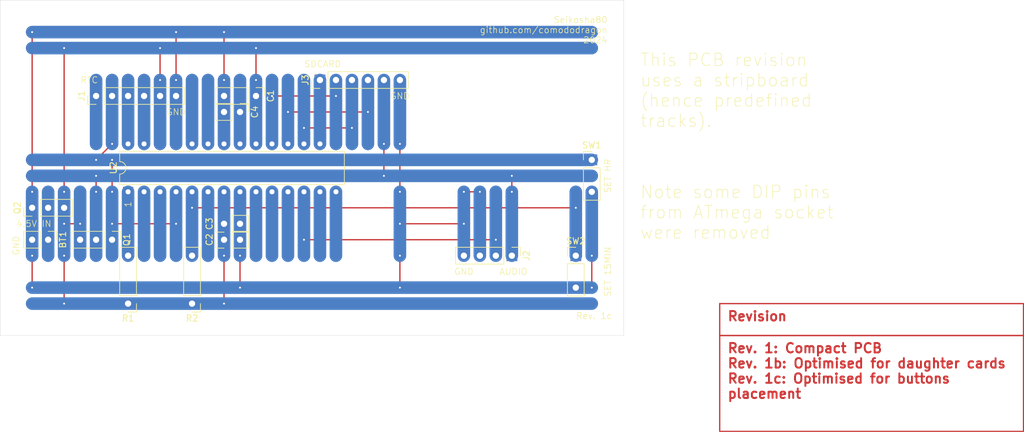
<source format=kicad_pcb>
(kicad_pcb (version 20240108) (generator "pcbnew") (generator_version "8.0")
  (title_block (title "Seikosha80 Westminster Chimer") (rev "1c") (comment 1 "/kicadproj/output.pdf for discrete schematic") (comment 2 "https://github.com/comododragon/seikosha80/blob/main/schematics_layouts/rev1") (comment 3 "See"))
  (layers (0 "F.Cu" signal) (31 "B.Cu" signal) (34 "B.Paste" user) (35 "F.Paste" user) (36 "B.SilkS" user "B.Silkscreen") (37 "F.SilkS" user "F.Silkscreen") (38 "B.Mask" user) (39 "F.Mask" user) (44 "Edge.Cuts" user))
  (net 0 "")
  (net 1 "GND")
  (net 2 "/+BATT")
  (net 3 "Net-(U2-Pin_21)")
  (net 4 "VCC")
  (net 5 "/SDA")
  (net 6 "/SCL")
  (net 7 "/SLEEP")
  (net 8 "/VIN")
  (net 9 "/MOSI")
  (net 10 "/MISO")
  (net 11 "/SCK")
  (net 12 "/CS")
  (net 13 "Net-(U2-Pin_1)")
  (net 14 "unconnected-(U2-Pin_9-Pad9)")
  (net 15 "unconnected-(U2-Pin_24-Pad24)")
  (net 16 "unconnected-(U2-Pin_2-Pad2)")
  (net 17 "unconnected-(U2-Pin_13-Pad13)")
  (net 18 "unconnected-(U2-Pin_10-Pad10)")
  (net 19 "unconnected-(U2-Pin_23-Pad23)")
  (net 20 "unconnected-(U2-Pin_14-Pad14)")
  (net 21 "unconnected-(U2-Pin_6-Pad6)")
  (net 22 "Net-(BT1-Pin_1)")
  (net 23 "unconnected-(J1-Pin_1-Pad1)")
  (net 24 "Net-(U2-Pin_5)")
  (net 25 "unconnected-(U2-Pin_3-Pad3)")
  (net 26 "unconnected-(U2-Pin_11-Pad11)")
  (footprint "Connector_PinHeader_2.54mm:PinHeader_1x03_P2.54mm_Vertical" (layer "F.Cu") (at 147.32 91.44 -90)
    (property "Reference" "C1" (at 0 -2.33 90) (layer "F.SilkS"))
    (property "Value" "100n")
    (fp_line (start -1.33 6.41) (end 1.33 6.41) (stroke (width 0.12)) (layer "F.SilkS"))
    (fp_line (start -1.33 1.27) (end -1.33 6.41) (stroke (width 0.12)) (layer "F.SilkS"))
    (fp_line (start -1.33 1.27) (end 1.33 1.27) (stroke (width 0.12)) (layer "F.SilkS"))
    (fp_line (start 1.33 1.27) (end 1.33 6.41) (stroke (width 0.12)) (layer "F.SilkS"))
    (fp_line (start -1.33 0) (end -1.33 -1.33) (stroke (width 0.12)) (layer "F.SilkS"))
    (fp_line (start -1.33 -1.33) (end 0 -1.33) (stroke (width 0.12)) (layer "F.SilkS"))
    (pad "1" thru_hole rect (at 0 0 270) (size 1.7 1.7) (drill 1) (layers "*.Cu" "*.Mask") (net 2 "/+BATT"))
    (pad "3" thru_hole oval (at 0 5.08 270) (size 1.7 1.7) (drill 1) (layers "*.Cu" "*.Mask") (net 1 "GND"))
  )
  (footprint "Connector_PinHeader_2.54mm:PinHeader_1x02_P2.54mm_Vertical" (layer "F.Cu") (at 114.3 114.3 -90)
    (property "Reference" "BT1" (at 0 -2.33 90) (layer "F.SilkS"))
    (property "Value" "Battery_header")
    (fp_line (start -1.33 3.87) (end 1.33 3.87) (stroke (width 0.12)) (layer "F.SilkS"))
    (fp_line (start -1.33 1.27) (end -1.33 3.87) (stroke (width 0.12)) (layer "F.SilkS"))
    (fp_line (start -1.33 1.27) (end 1.33 1.27) (stroke (width 0.12)) (layer "F.SilkS"))
    (fp_line (start 1.33 1.27) (end 1.33 3.87) (stroke (width 0.12)) (layer "F.SilkS"))
    (fp_line (start -1.33 0) (end -1.33 -1.33) (stroke (width 0.12)) (layer "F.SilkS"))
    (fp_line (start -1.33 -1.33) (end 0 -1.33) (stroke (width 0.12)) (layer "F.SilkS"))
    (pad "1" thru_hole rect (at 0 0 270) (size 1.7 1.7) (drill 1) (layers "*.Cu" "*.Mask") (net 22 "Net-(BT1-Pin_1)"))
    (pad "2" thru_hole oval (at 0 2.54 270) (size 1.7 1.7) (drill 1) (layers "*.Cu" "*.Mask") (net 1 "GND"))
  )
  (footprint "Connector_PinHeader_2.54mm:PinHeader_1x04_P2.54mm_Vertical" (layer "F.Cu") (at 137.16 124.46 180)
    (property "Reference" "R2" (at 0 -2.33 180) (layer "F.SilkS"))
    (property "Value" "4K7")
    (fp_line (start 1.33 1.27) (end 1.33 8.95) (stroke (width 0.12)) (layer "F.SilkS"))
    (fp_line (start -1.33 8.95) (end 1.33 8.95) (stroke (width 0.12)) (layer "F.SilkS"))
    (fp_line (start -1.33 1.27) (end 1.33 1.27) (stroke (width 0.12)) (layer "F.SilkS"))
    (fp_line (start -1.33 1.27) (end -1.33 8.95) (stroke (width 0.12)) (layer "F.SilkS"))
    (fp_line (start -1.33 0) (end -1.33 -1.33) (stroke (width 0.12)) (layer "F.SilkS"))
    (fp_line (start -1.33 -1.33) (end 0 -1.33) (stroke (width 0.12)) (layer "F.SilkS"))
    (pad "1" thru_hole rect (at 0 0 180) (size 1.7 1.7) (drill 1) (layers "*.Cu" "*.Mask") (net 2 "/+BATT"))
    (pad "4" thru_hole oval (at 0 7.62 180) (size 1.7 1.7) (drill 1) (layers "*.Cu" "*.Mask") (net 24 "Net-(U2-Pin_5)"))
  )
  (footprint "Connector_PinHeader_2.54mm:PinHeader_1x04_P2.54mm_Vertical" (layer "F.Cu") (at 187.96 116.84 -90)
    (property "Reference" "J2" (at 0 -2.33 90) (layer "F.SilkS"))
    (property "Value" "LM386_board")
    (fp_line (start -1.33 8.95) (end 1.33 8.95) (stroke (width 0.12)) (layer "F.SilkS"))
    (fp_line (start -1.33 1.27) (end -1.33 8.95) (stroke (width 0.12)) (layer "F.SilkS"))
    (fp_line (start -1.33 1.27) (end 1.33 1.27) (stroke (width 0.12)) (layer "F.SilkS"))
    (fp_line (start 1.33 1.27) (end 1.33 8.95) (stroke (width 0.12)) (layer "F.SilkS"))
    (fp_line (start -1.33 0) (end -1.33 -1.33) (stroke (width 0.12)) (layer "F.SilkS"))
    (fp_line (start -1.33 -1.33) (end 0 -1.33) (stroke (width 0.12)) (layer "F.SilkS"))
    (pad "1" thru_hole rect (at 0 0 270) (size 1.7 1.7) (drill 1) (layers "*.Cu" "*.Mask") (net 4 "VCC"))
    (pad "2" thru_hole oval (at 0 2.54 270) (size 1.7 1.7) (drill 1) (layers "*.Cu" "*.Mask") (net 8 "/VIN"))
    (pad "3" thru_hole oval (at 0 5.08 270) (size 1.7 1.7) (drill 1) (layers "*.Cu" "*.Mask") (net 1 "GND"))
    (pad "4" thru_hole oval (at 0 7.62 270) (size 1.7 1.7) (drill 1) (layers "*.Cu" "*.Mask") (net 1 "GND"))
  )
  (footprint "Connector_PinHeader_2.54mm:PinHeader_1x03_P2.54mm_Vertical" (layer "F.Cu") (at 198.12 116.84)
    (property "Reference" "SW2" (at 0 -2.33 0) (layer "F.SilkS"))
    (property "Value" "SET 15MIN")
    (fp_line (start -1.33 -1.33) (end 0 -1.33) (stroke (width 0.12)) (layer "F.SilkS"))
    (fp_line (start -1.33 0) (end -1.33 -1.33) (stroke (width 0.12)) (layer "F.SilkS"))
    (fp_line (start -1.33 1.27) (end -1.33 6.41) (stroke (width 0.12)) (layer "F.SilkS"))
    (fp_line (start -1.33 1.27) (end 1.33 1.27) (stroke (width 0.12)) (layer "F.SilkS"))
    (fp_line (start -1.33 6.41) (end 1.33 6.41) (stroke (width 0.12)) (layer "F.SilkS"))
    (fp_line (start 1.33 1.27) (end 1.33 6.41) (stroke (width 0.12)) (layer "F.SilkS"))
    (pad "1" thru_hole rect (at 0 0) (size 1.7 1.7) (drill 1) (layers "*.Cu" "*.Mask") (net 24 "Net-(U2-Pin_5)"))
    (pad "3" thru_hole oval (at 0 5.08) (size 1.7 1.7) (drill 1) (layers "*.Cu" "*.Mask") (net 1 "GND"))
  )
  (footprint "Connector_PinHeader_2.54mm:PinHeader_1x02_P2.54mm_Vertical" (layer "F.Cu") (at 142.24 111.76 90)
    (property "Reference" "C3" (at 0 -2.33 -90) (layer "F.SilkS"))
    (property "Value" "100u")
    (fp_line (start -1.33 -1.33) (end 0 -1.33) (stroke (width 0.12)) (layer "F.SilkS"))
    (fp_line (start -1.33 0) (end -1.33 -1.33) (stroke (width 0.12)) (layer "F.SilkS"))
    (fp_line (start 1.33 1.27) (end 1.33 3.87) (stroke (width 0.12)) (layer "F.SilkS"))
    (fp_line (start -1.33 1.27) (end 1.33 1.27) (stroke (width 0.12)) (layer "F.SilkS"))
    (fp_line (start -1.33 1.27) (end -1.33 3.87) (stroke (width 0.12)) (layer "F.SilkS"))
    (fp_line (start -1.33 3.87) (end 1.33 3.87) (stroke (width 0.12)) (layer "F.SilkS"))
    (pad "1" thru_hole rect (at 0 0 90) (size 1.7 1.7) (drill 1) (layers "*.Cu" "*.Mask") (net 2 "/+BATT"))
    (pad "2" thru_hole oval (at 0 2.54 90) (size 1.7 1.7) (drill 1) (layers "*.Cu" "*.Mask") (net 1 "GND"))
  )
  (footprint "Connector_PinHeader_2.54mm:PinHeader_1x03_P2.54mm_Vertical" (layer "F.Cu") (at 111.76 109.22 90)
    (property "Reference" "Q2" (at 0 -2.33 -90) (layer "F.SilkS"))
    (property "Value" "Si2323DS_on_TO220")
    (fp_line (start -1.33 -1.33) (end 0 -1.33) (stroke (width 0.12)) (layer "F.SilkS"))
    (fp_line (start -1.33 0) (end -1.33 -1.33) (stroke (width 0.12)) (layer "F.SilkS"))
    (fp_line (start 1.33 1.27) (end 1.33 6.41) (stroke (width 0.12)) (layer "F.SilkS"))
    (fp_line (start -1.33 1.27) (end 1.33 1.27) (stroke (width 0.12)) (layer "F.SilkS"))
    (fp_line (start -1.33 1.27) (end -1.33 6.41) (stroke (width 0.12)) (layer "F.SilkS"))
    (fp_line (start -1.33 6.41) (end 1.33 6.41) (stroke (width 0.12)) (layer "F.SilkS"))
    (pad "1" thru_hole rect (at 0 0 90) (size 1.7 1.7) (drill 1) (layers "*.Cu" "*.Mask") (net 1 "GND"))
    (pad "2" thru_hole oval (at 0 5.08 90) (size 1.7 1.7) (drill 1) (layers "*.Cu" "*.Mask") (net 2 "/+BATT"))
    (pad "3" thru_hole oval (at 0 2.54 90) (size 1.7 1.7) (drill 1) (layers "*.Cu" "*.Mask") (net 22 "Net-(BT1-Pin_1)"))
  )
  (footprint "Connector_PinHeader_2.54mm:PinHeader_1x03_P2.54mm_Vertical" (layer "F.Cu") (at 200.66 101.6)
    (property "Reference" "SW1" (at 0 -2.33 0) (layer "F.SilkS"))
    (property "Value" "WAKE Switch")
    (fp_line (start -1.33 -1.33) (end 0 -1.33) (stroke (width 0.12)) (layer "F.SilkS"))
    (fp_line (start -1.33 0) (end -1.33 -1.33) (stroke (width 0.12)) (layer "F.SilkS"))
    (fp_line (start -1.33 1.27) (end -1.33 6.41) (stroke (width 0.12)) (layer "F.SilkS"))
    (fp_line (start -1.33 1.27) (end 1.33 1.27) (stroke (width 0.12)) (layer "F.SilkS"))
    (fp_line (start -1.33 6.41) (end 1.33 6.41) (stroke (width 0.12)) (layer "F.SilkS"))
    (fp_line (start 1.33 1.27) (end 1.33 6.41) (stroke (width 0.12)) (layer "F.SilkS"))
    (pad "1" thru_hole rect (at 0 0) (size 1.7 1.7) (drill 1) (layers "*.Cu" "*.Mask") (net 7 "/SLEEP"))
    (pad "3" thru_hole oval (at 0 5.08) (size 1.7 1.7) (drill 1) (layers "*.Cu" "*.Mask") (net 1 "GND"))
  )
  (footprint "Package_DIP:DIP-28_W7.62mm" (layer "F.Cu") (at 127 106.68 90)
    (property "Reference" "U2" (at 3.81 -2.33 -90) (layer "F.SilkS"))
    (property "Value" "ATmega328P-PU")
    (fp_line (start 6.46 -1.33) (end 4.81 -1.33) (stroke (width 0.12)) (layer "F.SilkS"))
    (fp_line (start 2.81 -1.33) (end 1.16 -1.33) (stroke (width 0.12)) (layer "F.SilkS"))
    (fp_line (start 1.16 -1.33) (end 1.16 34.35) (stroke (width 0.12)) (layer "F.SilkS"))
    (fp_line (start 6.46 34.35) (end 6.46 -1.33) (stroke (width 0.12)) (layer "F.SilkS"))
    (fp_line (start 1.16 34.35) (end 6.46 34.35) (stroke (width 0.12)) (layer "F.SilkS"))
    (fp_arc (start 4.81 -1.33) (mid 3.81 -0.33) (end 2.81 -1.33) (stroke (width 0.12)) (layer "F.SilkS"))
    (pad "1" thru_hole rect (at 0 0 90) (size 1.6 1.6) (drill 0.8) (layers "*.Cu" "*.Mask") (net 13 "Net-(U2-Pin_1)"))
    (pad "2" thru_hole oval (at 0 2.54 90) (size 1.6 1.6) (drill 0.8) (layers "*.Cu" "*.Mask") (net 16 "unconnected-(U2-Pin_2-Pad2)"))
    (pad "3" thru_hole oval (at 0 5.08 90) (size 1.6 1.6) (drill 0.8) (layers "*.Cu" "*.Mask") (net 25 "unconnected-(U2-Pin_3-Pad3)"))
    (pad "4" thru_hole oval (at 0 7.62 90) (size 1.6 1.6) (drill 0.8) (layers "*.Cu" "*.Mask") (net 7 "/SLEEP"))
    (pad "5" thru_hole oval (at 0 10.16 90) (size 1.6 1.6) (drill 0.8) (layers "*.Cu" "*.Mask") (net 24 "Net-(U2-Pin_5)"))
    (pad "6" thru_hole oval (at 0 12.7 90) (size 1.6 1.6) (drill 0.8) (layers "*.Cu" "*.Mask") (net 21 "unconnected-(U2-Pin_6-Pad6)"))
    (pad "7" thru_hole oval (at 0 15.24 90) (size 1.6 1.6) (drill 0.8) (layers "*.Cu" "*.Mask") (net 2 "/+BATT"))
    (pad "8" thru_hole oval (at 0 17.78 90) (size 1.6 1.6) (drill 0.8) (layers "*.Cu" "*.Mask") (net 1 "GND"))
    (pad "9" thru_hole oval (at 0 20.32 90) (size 1.6 1.6) (drill 0.8) (layers "*.Cu" "*.Mask") (net 14 "unconnected-(U2-Pin_9-Pad9)"))
    (pad "10" thru_hole oval (at 0 22.86 90) (size 1.6 1.6) (drill 0.8) (layers "*.Cu" "*.Mask") (net 18 "unconnected-(U2-Pin_10-Pad10)"))
    (pad "11" thru_hole oval (at 0 25.4 90) (size 1.6 1.6) (drill 0.8) (layers "*.Cu" "*.Mask") (net 26 "unconnected-(U2-Pin_11-Pad11)"))
    (pad "12" thru_hole oval (at 0 27.94 90) (size 1.6 1.6) (drill 0.8) (layers "*.Cu" "*.Mask") (net 8 "/VIN"))
    (pad "13" thru_hole oval (at 0 30.48 90) (size 1.6 1.6) (drill 0.8) (layers "*.Cu" "*.Mask") (net 17 "unconnected-(U2-Pin_13-Pad13)"))
    (pad "14" thru_hole oval (at 0 33.02 90) (size 1.6 1.6) (drill 0.8) (layers "*.Cu" "*.Mask") (net 20 "unconnected-(U2-Pin_14-Pad14)"))
    (pad "16" thru_hole oval (at 7.62 30.48 90) (size 1.6 1.6) (drill 0.8) (layers "*.Cu" "*.Mask") (net 12 "/CS"))
    (pad "17" thru_hole oval (at 7.62 27.94 90) (size 1.6 1.6) (drill 0.8) (layers "*.Cu" "*.Mask") (net 9 "/MOSI"))
    (pad "18" thru_hole oval (at 7.62 25.4 90) (size 1.6 1.6) (drill 0.8) (layers "*.Cu" "*.Mask") (net 10 "/MISO"))
    (pad "19" thru_hole oval (at 7.62 22.86 90) (size 1.6 1.6) (drill 0.8) (layers "*.Cu" "*.Mask") (net 11 "/SCK"))
    (pad "20" thru_hole oval (at 7.62 20.32 90) (size 1.6 1.6) (drill 0.8) (layers "*.Cu" "*.Mask") (net 2 "/+BATT"))
    (pad "21" thru_hole oval (at 7.62 17.78 90) (size 1.6 1.6) (drill 0.8) (layers "*.Cu" "*.Mask") (net 3 "Net-(U2-Pin_21)"))
    (pad "22" thru_hole oval (at 7.62 15.24 90) (size 1.6 1.6) (drill 0.8) (layers "*.Cu" "*.Mask") (net 1 "GND"))
    (pad "23" thru_hole oval (at 7.62 12.7 90) (size 1.6 1.6) (drill 0.8) (layers "*.Cu" "*.Mask") (net 19 "unconnected-(U2-Pin_23-Pad23)"))
    (pad "24" thru_hole oval (at 7.62 10.16 90) (size 1.6 1.6) (drill 0.8) (layers "*.Cu" "*.Mask") (net 15 "unconnected-(U2-Pin_24-Pad24)"))
    (pad "27" thru_hole oval (at 7.62 2.54 90) (size 1.6 1.6) (drill 0.8) (layers "*.Cu" "*.Mask") (net 5 "/SDA"))
    (pad "28" thru_hole oval (at 7.62 0 90) (size 1.6 1.6) (drill 0.8) (layers "*.Cu" "*.Mask") (net 6 "/SCL"))
  )
  (footprint "Connector_PinHeader_2.54mm:PinHeader_1x04_P2.54mm_Vertical" (layer "F.Cu") (at 127 124.46 180)
    (property "Reference" "R1" (at 0 -2.33 180) (layer "F.SilkS"))
    (property "Value" "1K")
    (fp_line (start 1.33 1.27) (end 1.33 8.95) (stroke (width 0.12)) (layer "F.SilkS"))
    (fp_line (start -1.33 8.95) (end 1.33 8.95) (stroke (width 0.12)) (layer "F.SilkS"))
    (fp_line (start -1.33 1.27) (end 1.33 1.27) (stroke (width 0.12)) (layer "F.SilkS"))
    (fp_line (start -1.33 1.27) (end -1.33 8.95) (stroke (width 0.12)) (layer "F.SilkS"))
    (fp_line (start -1.33 0) (end -1.33 -1.33) (stroke (width 0.12)) (layer "F.SilkS"))
    (fp_line (start -1.33 -1.33) (end 0 -1.33) (stroke (width 0.12)) (layer "F.SilkS"))
    (pad "1" thru_hole rect (at 0 0 180) (size 1.7 1.7) (drill 1) (layers "*.Cu" "*.Mask") (net 2 "/+BATT"))
    (pad "4" thru_hole oval (at 0 7.62 180) (size 1.7 1.7) (drill 1) (layers "*.Cu" "*.Mask") (net 13 "Net-(U2-Pin_1)"))
  )
  (footprint "Connector_PinHeader_2.54mm:PinHeader_1x02_P2.54mm_Vertical" (layer "F.Cu") (at 142.24 114.3 90)
    (property "Reference" "C2" (at 0 -2.33 90) (layer "F.SilkS"))
    (property "Value" "100n")
    (fp_line (start -1.33 -1.33) (end 0 -1.33) (stroke (width 0.12)) (layer "F.SilkS"))
    (fp_line (start -1.33 0) (end -1.33 -1.33) (stroke (width 0.12)) (layer "F.SilkS"))
    (fp_line (start 1.33 1.27) (end 1.33 3.87) (stroke (width 0.12)) (layer "F.SilkS"))
    (fp_line (start -1.33 1.27) (end 1.33 1.27) (stroke (width 0.12)) (layer "F.SilkS"))
    (fp_line (start -1.33 1.27) (end -1.33 3.87) (stroke (width 0.12)) (layer "F.SilkS"))
    (fp_line (start -1.33 3.87) (end 1.33 3.87) (stroke (width 0.12)) (layer "F.SilkS"))
    (pad "1" thru_hole rect (at 0 0 90) (size 1.7 1.7) (drill 1) (layers "*.Cu" "*.Mask") (net 2 "/+BATT"))
    (pad "2" thru_hole oval (at 0 2.54 90) (size 1.7 1.7) (drill 1) (layers "*.Cu" "*.Mask") (net 1 "GND"))
  )
  (footprint "Connector_PinHeader_2.54mm:PinHeader_1x03_P2.54mm_Vertical" (layer "F.Cu") (at 124.46 114.3 -90)
    (property "Reference" "Q1" (at 0 -2.33 90) (layer "F.SilkS"))
    (property "Value" "Si2323DS_on_TO220")
    (fp_line (start -1.33 6.41) (end 1.33 6.41) (stroke (width 0.12)) (layer "F.SilkS"))
    (fp_line (start -1.33 1.27) (end -1.33 6.41) (stroke (width 0.12)) (layer "F.SilkS"))
    (fp_line (start -1.33 1.27) (end 1.33 1.27) (stroke (width 0.12)) (layer "F.SilkS"))
    (fp_line (start 1.33 1.27) (end 1.33 6.41) (stroke (width 0.12)) (layer "F.SilkS"))
    (fp_line (start -1.33 0) (end -1.33 -1.33) (stroke (width 0.12)) (layer "F.SilkS"))
    (fp_line (start -1.33 -1.33) (end 0 -1.33) (stroke (width 0.12)) (layer "F.SilkS"))
    (pad "1" thru_hole rect (at 0 0 270) (size 1.7 1.7) (drill 1) (layers "*.Cu" "*.Mask") (net 7 "/SLEEP"))
    (pad "2" thru_hole oval (at 0 5.08 270) (size 1.7 1.7) (drill 1) (layers "*.Cu" "*.Mask") (net 2 "/+BATT"))
    (pad "3" thru_hole oval (at 0 2.54 270) (size 1.7 1.7) (drill 1) (layers "*.Cu" "*.Mask") (net 4 "VCC"))
  )
  (footprint "Connector_PinHeader_2.54mm:PinHeader_1x06_P2.54mm_Vertical" (layer "F.Cu") (at 157.48 88.9 90)
    (property "Reference" "J3" (at 0 -2.33 -90) (layer "F.SilkS"))
    (property "Value" "microSD_board")
    (fp_line (start -1.33 -1.33) (end 0 -1.33) (stroke (width 0.12)) (layer "F.SilkS"))
    (fp_line (start -1.33 0) (end -1.33 -1.33) (stroke (width 0.12)) (layer "F.SilkS"))
    (fp_line (start 1.33 1.27) (end 1.33 14.03) (stroke (width 0.12)) (layer "F.SilkS"))
    (fp_line (start -1.33 1.27) (end 1.33 1.27) (stroke (width 0.12)) (layer "F.SilkS"))
    (fp_line (start -1.33 1.27) (end -1.33 14.03) (stroke (width 0.12)) (layer "F.SilkS"))
    (fp_line (start -1.33 14.03) (end 1.33 14.03) (stroke (width 0.12)) (layer "F.SilkS"))
    (pad "1" thru_hole rect (at 0 0 90) (size 1.7 1.7) (drill 1) (layers "*.Cu" "*.Mask") (net 12 "/CS"))
    (pad "2" thru_hole oval (at 0 2.54 90) (size 1.7 1.7) (drill 1) (layers "*.Cu" "*.Mask") (net 11 "/SCK"))
    (pad "3" thru_hole oval (at 0 5.08 90) (size 1.7 1.7) (drill 1) (layers "*.Cu" "*.Mask") (net 9 "/MOSI"))
    (pad "4" thru_hole oval (at 0 7.62 90) (size 1.7 1.7) (drill 1) (layers "*.Cu" "*.Mask") (net 10 "/MISO"))
    (pad "5" thru_hole oval (at 0 10.16 90) (size 1.7 1.7) (drill 1) (layers "*.Cu" "*.Mask") (net 4 "VCC"))
    (pad "6" thru_hole oval (at 0 12.7 90) (size 1.7 1.7) (drill 1) (layers "*.Cu" "*.Mask") (net 1 "GND"))
  )
  (footprint "Connector_PinHeader_2.54mm:PinHeader_1x06_P2.54mm_Vertical" (layer "F.Cu") (at 121.92 91.44 90)
    (property "Reference" "J1" (at 0 -2.33 -90) (layer "F.SilkS"))
    (property "Value" "DS3231_board")
    (fp_line (start -1.33 -1.33) (end 0 -1.33) (stroke (width 0.12)) (layer "F.SilkS"))
    (fp_line (start -1.33 0) (end -1.33 -1.33) (stroke (width 0.12)) (layer "F.SilkS"))
    (fp_line (start 1.33 1.27) (end 1.33 14.03) (stroke (width 0.12)) (layer "F.SilkS"))
    (fp_line (start -1.33 1.27) (end 1.33 1.27) (stroke (width 0.12)) (layer "F.SilkS"))
    (fp_line (start -1.33 1.27) (end -1.33 14.03) (stroke (width 0.12)) (layer "F.SilkS"))
    (fp_line (start -1.33 14.03) (end 1.33 14.03) (stroke (width 0.12)) (layer "F.SilkS"))
    (pad "1" thru_hole rect (at 0 0 90) (size 1.7 1.7) (drill 1) (layers "*.Cu" "*.Mask") (net 23 "unconnected-(J1-Pin_1-Pad1)"))
    (pad "2" thru_hole oval (at 0 2.54 90) (size 1.7 1.7) (drill 1) (layers "*.Cu" "*.Mask") (net 7 "/SLEEP"))
    (pad "3" thru_hole oval (at 0 5.08 90) (size 1.7 1.7) (drill 1) (layers "*.Cu" "*.Mask") (net 6 "/SCL"))
    (pad "4" thru_hole oval (at 0 7.62 90) (size 1.7 1.7) (drill 1) (layers "*.Cu" "*.Mask") (net 5 "/SDA"))
    (pad "5" thru_hole oval (at 0 10.16 90) (size 1.7 1.7) (drill 1) (layers "*.Cu" "*.Mask") (net 2 "/+BATT"))
    (pad "6" thru_hole oval (at 0 12.7 90) (size 1.7 1.7) (drill 1) (layers "*.Cu" "*.Mask") (net 1 "GND"))
  )
  (footprint "Connector_PinHeader_2.54mm:PinHeader_1x02_P2.54mm_Vertical" (layer "F.Cu") (at 144.78 93.98 -90)
    (property "Reference" "C4" (at 0 -2.33 90) (layer "F.SilkS"))
    (property "Value" "100n")
    (fp_line (start -1.33 3.87) (end 1.33 3.87) (stroke (width 0.12)) (layer "F.SilkS"))
    (fp_line (start -1.33 1.27) (end -1.33 3.87) (stroke (width 0.12)) (layer "F.SilkS"))
    (fp_line (start -1.33 1.27) (end 1.33 1.27) (stroke (width 0.12)) (layer "F.SilkS"))
    (fp_line (start 1.33 1.27) (end 1.33 3.87) (stroke (width 0.12)) (layer "F.SilkS"))
    (fp_line (start -1.33 0) (end -1.33 -1.33) (stroke (width 0.12)) (layer "F.SilkS"))
    (fp_line (start -1.33 -1.33) (end 0 -1.33) (stroke (width 0.12)) (layer "F.SilkS"))
    (pad "1" thru_hole rect (at 0 0 270) (size 1.7 1.7) (drill 1) (layers "*.Cu" "*.Mask") (net 3 "Net-(U2-Pin_21)"))
    (pad "2" thru_hole oval (at 0 2.54 270) (size 1.7 1.7) (drill 1) (layers "*.Cu" "*.Mask") (net 1 "GND"))
  )
  (gr_line (start 167.64 104.14) (end 167.64 99.06) (stroke (width 0.2)) (layer "F.Cu") (net 4))
  (gr_rect (start 106.68 76.2) (end 205.74 129.54) (stroke (width 0.05)) (fill none) (layer "Edge.Cuts"))
  (gr_text "GND" (at 170.18 91.44 0) (layer "F.SilkS") (effects (font (size 1 1) (thickness 0.1))))
  (gr_text "AUDIO" (at 190.5 119.38 0) (layer "F.SilkS") (effects (font (size 1 1) (thickness 0.1)) (justify right)))
  (gr_text "SDCARD" (at 154.94 86.36 0) (layer "F.SilkS") (effects (font (size 1 1) (thickness 0.1)) (justify left)))
  (gr_text "1" (at 127 109.22 90) (layer "F.SilkS") (effects (font (size 1 1) (thickness 0.1)) (justify left)))
  (gr_text "This PCB revision\nuses a stripboard\n(hence predefined\ntracks)." (at 208.28 96.52 0) (layer "F.SilkS") (effects (font (size 2 2) (thickness 0.1)) (justify left bottom)))
  (gr_text "GND" (at 109.22 116.84 90) (layer "F.SilkS") (effects (font (size 1 1) (thickness 0.1)) (justify left)))
  (gr_text "Rev. 1c" (at 198.12 127 0) (layer "F.SilkS") (effects (font (size 1 1) (thickness 0.1)) (justify left bottom)))
  (gr_text "Note some DIP pins\nfrom ATmega socket\nwere removed" (at 208.28 114.3 0) (layer "F.SilkS") (effects (font (size 2 2) (thickness 0.1)) (justify left bottom)))
  (gr_text "GND" (at 134.62 93.98 0) (layer "F.SilkS") (effects (font (size 1 1) (thickness 0.1))))
  (gr_text "Seikosha80\ngithub.com/comododragon\n2024" (at 203.2 78.74 0) (layer "F.SilkS") (effects (font (size 1 1) (thickness 0.1)) (justify right top)))
  (gr_text "RTC" (at 119.38 88.9 0) (layer "F.SilkS") (effects (font (size 1 1) (thickness 0.1)) (justify left)))
  (gr_text "SET 15MIN" (at 203.2 119.38 90) (layer "F.SilkS") (effects (font (size 1 1) (thickness 0.1))))
  (gr_text "SET HR" (at 203.2 104.14 90) (layer "F.SilkS") (effects (font (size 1 1) (thickness 0.1))))
  (gr_text "4.5V IN" (at 109.22 111.76 0) (layer "F.SilkS") (effects (font (size 1 1) (thickness 0.1)) (justify left)))
  (gr_text "GND" (at 180.34 119.38 0) (layer "F.SilkS") (effects (font (size 1 1) (thickness 0.1))))
  (gr_text_box "Rev. 1: Compact PCB\nRev. 1b: Optimised for daughter cards\nRev. 1c: Optimised for buttons placement" (start 220.98 129.54) (end 269.24 144.78) (layer "F.Cu") (effects (font (size 1.5 1.5) (thickness 0.3) (bold yes)) (justify left top)) (border yes) (stroke (width 0.2)))
  (gr_text_box "Revision" (start 220.98 124.46) (end 269.24 129.54) (layer "F.Cu") (effects (font (size 1.5 1.5) (thickness 0.3) (bold yes)) (justify left top)) (border yes) (stroke (width 0.2)))
  (segment (start 111.76 121.92) (end 111.76 116.84) (width 0.2) (layer "F.Cu") (net 1))
  (segment (start 170.18 121.92) (end 170.18 116.84) (width 0.2) (layer "F.Cu") (net 1))
  (segment (start 142.24 81.28) (end 142.24 88.9) (width 0.2) (layer "F.Cu") (net 1))
  (segment (start 180.34 106.68) (end 182.88 106.68) (width 0.2) (layer "F.Cu") (net 1))
  (segment (start 170.18 111.76) (end 180.34 111.76) (width 0.2) (layer "F.Cu") (net 1))
  (segment (start 170.18 106.68) (end 170.18 99.06) (width 0.2) (layer "F.Cu") (net 1))
  (segment (start 200.66 116.84) (end 200.66 121.92) (width 0.2) (layer "F.Cu") (net 1))
  (segment (start 111.76 106.68) (end 111.76 81.28) (width 0.2) (layer "F.Cu") (net 1))
  (segment (start 144.78 116.84) (end 144.78 121.92) (width 0.2) (layer "F.Cu") (net 1))
  (segment (start 134.62 81.28) (end 134.62 88.9) (width 0.2) (layer "F.Cu") (net 1))
  (via (at 142.24 81.28) (size 0.6) (drill 0.3) (layers "F.Cu" "B.Cu") (net 1))
  (via (at 200.66 116.84) (size 0.6) (drill 0.3) (layers "F.Cu" "B.Cu") (net 1))
  (via (at 111.76 106.68) (size 0.6) (drill 0.3) (layers "F.Cu" "B.Cu") (net 1))
  (via (at 170.18 111.76) (size 0.6) (drill 0.3) (layers "F.Cu" "B.Cu") (net 1))
  (via (at 182.88 106.68) (size 0.6) (drill 0.3) (layers "F.Cu" "B.Cu") (net 1))
  (via (at 180.34 106.68) (size 0.6) (drill 0.3) (layers "F.Cu" "B.Cu") (net 1))
  (via (at 111.76 121.92) (size 0.6) (drill 0.3) (layers "F.Cu" "B.Cu") (net 1))
  (via (at 180.34 111.76) (size 0.6) (drill 0.3) (layers "F.Cu" "B.Cu") (net 1))
  (via (at 144.78 121.92) (size 0.6) (drill 0.3) (layers "F.Cu" "B.Cu") (net 1))
  (via (at 134.62 88.9) (size 0.6) (drill 0.3) (layers "F.Cu" "B.Cu") (net 1))
  (via (at 142.24 88.9) (size 0.6) (drill 0.3) (layers "F.Cu" "B.Cu") (net 1))
  (via (at 170.18 116.84) (size 0.6) (drill 0.3) (layers "F.Cu" "B.Cu") (net 1))
  (via (at 170.18 99.06) (size 0.6) (drill 0.3) (layers "F.Cu" "B.Cu") (net 1))
  (via (at 111.76 81.28) (size 0.6) (drill 0.3) (layers "F.Cu" "B.Cu") (net 1))
  (via (at 134.62 81.28) (size 0.6) (drill 0.3) (layers "F.Cu" "B.Cu") (net 1))
  (via (at 200.66 121.92) (size 0.6) (drill 0.3) (layers "F.Cu" "B.Cu") (net 1))
  (via (at 170.18 106.68) (size 0.6) (drill 0.3) (layers "F.Cu" "B.Cu") (net 1))
  (via (at 170.18 121.92) (size 0.6) (drill 0.3) (layers "F.Cu" "B.Cu") (net 1))
  (via (at 111.76 116.84) (size 0.6) (drill 0.3) (layers "F.Cu" "B.Cu") (net 1))
  (via (at 144.78 116.84) (size 0.6) (drill 0.3) (layers "F.Cu" "B.Cu") (net 1))
  (segment (start 200.66 106.68) (end 200.66 116.84) (width 2) (layer "B.Cu") (net 1))
  (segment (start 142.24 99.06) (end 142.24 88.9) (width 2) (layer "B.Cu") (net 1))
  (segment (start 111.76 106.68) (end 111.76 116.84) (width 2) (layer "B.Cu") (net 1))
  (segment (start 170.18 106.68) (end 170.18 116.84) (width 2) (layer "B.Cu") (net 1))
  (segment (start 144.78 106.68) (end 144.78 116.84) (width 2) (layer "B.Cu") (net 1))
  (segment (start 111.76 121.92) (end 200.66 121.92) (width 2) (layer "B.Cu") (net 1))
  (segment (start 170.18 88.9) (end 170.18 99.06) (width 2) (layer "B.Cu") (net 1))
  (segment (start 134.62 99.06) (end 134.62 88.9) (width 2) (layer "B.Cu") (net 1))
  (segment (start 111.76 81.28) (end 200.66 81.28) (width 2) (layer "B.Cu") (net 1))
  (segment (start 180.34 116.84) (end 180.34 106.68) (width 2) (layer "B.Cu") (net 1))
  (segment (start 182.88 116.84) (end 182.88 106.68) (width 2) (layer "B.Cu") (net 1))
  (segment (start 147.32 83.82) (end 147.32 88.9) (width 0.2) (layer "F.Cu") (net 2))
  (segment (start 116.84 111.76) (end 119.38 111.76) (width 0.2) (layer "F.Cu") (net 2))
  (segment (start 132.08 83.82) (end 132.08 88.9) (width 0.2) (layer "F.Cu") (net 2))
  (segment (start 116.84 124.46) (end 116.84 116.84) (width 0.2) (layer "F.Cu") (net 2))
  (segment (start 116.84 106.68) (end 116.84 83.82) (width 0.2) (layer "F.Cu") (net 2))
  (segment (start 142.24 116.84) (end 142.24 124.46) (width 0.2) (layer "F.Cu") (net 2))
  (via (at 147.32 88.9) (size 0.6) (drill 0.3) (layers "F.Cu" "B.Cu") (net 2))
  (via (at 147.32 83.82) (size 0.6) (drill 0.3) (layers "F.Cu" "B.Cu") (net 2))
  (via (at 116.84 116.84) (size 0.6) (drill 0.3) (layers "F.Cu" "B.Cu") (net 2))
  (via (at 119.38 111.76) (size 0.6) (drill 0.3) (layers "F.Cu" "B.Cu") (net 2))
  (via (at 132.08 88.9) (size 0.6) (drill 0.3) (layers "F.Cu" "B.Cu") (net 2))
  (via (at 116.84 106.68) (size 0.6) (drill 0.3) (layers "F.Cu" "B.Cu") (net 2))
  (via (at 132.08 83.82) (size 0.6) (drill 0.3) (layers "F.Cu" "B.Cu") (net 2))
  (via (at 142.24 116.84) (size 0.6) (drill 0.3) (layers "F.Cu" "B.Cu") (net 2))
  (via (at 142.24 124.46) (size 0.6) (drill 0.3) (layers "F.Cu" "B.Cu") (net 2))
  (via (at 116.84 111.76) (size 0.6) (drill 0.3) (layers "F.Cu" "B.Cu") (net 2))
  (via (at 116.84 83.82) (size 0.6) (drill 0.3) (layers "F.Cu" "B.Cu") (net 2))
  (via (at 116.84 124.46) (size 0.6) (drill 0.3) (layers "F.Cu" "B.Cu") (net 2))
  (segment (start 132.08 99.06) (end 132.08 88.9) (width 2) (layer "B.Cu") (net 2))
  (segment (start 119.38 116.84) (end 119.38 106.68) (width 2) (layer "B.Cu") (net 2))
  (segment (start 147.32 99.06) (end 147.32 88.9) (width 2) (layer "B.Cu") (net 2))
  (segment (start 116.84 116.84) (end 116.84 106.68) (width 2) (layer "B.Cu") (net 2))
  (segment (start 111.76 124.46) (end 200.66 124.46) (width 2) (layer "B.Cu") (net 2))
  (segment (start 142.24 106.68) (end 142.24 116.84) (width 2) (layer "B.Cu") (net 2))
  (segment (start 200.66 83.82) (end 111.76 83.82) (width 2) (layer "B.Cu") (net 2))
  (segment (start 144.78 99.06) (end 144.78 88.9) (width 2) (layer "B.Cu") (net 3))
  (segment (start 187.96 106.68) (end 187.96 104.14) (width 0.2) (layer "F.Cu") (net 4))
  (segment (start 121.92 104.14) (end 121.92 106.68) (width 0.2) (layer "F.Cu") (net 4))
  (via (at 121.92 106.68) (size 0.6) (drill 0.3) (layers "F.Cu" "B.Cu") (net 4))
  (via (at 167.64 99.06) (size 0.6) (drill 0.3) (layers "F.Cu" "B.Cu") (net 4))
  (via (at 187.96 104.14) (size 0.6) (drill 0.3) (layers "F.Cu" "B.Cu") (net 4))
  (via (at 167.64 104.14) (size 0.6) (drill 0.3) (layers "F.Cu" "B.Cu") (net 4))
  (via (at 121.92 104.14) (size 0.6) (drill 0.3) (layers "F.Cu" "B.Cu") (net 4))
  (via (at 187.96 106.68) (size 0.6) (drill 0.3) (layers "F.Cu" "B.Cu") (net 4))
  (segment (start 187.96 116.84) (end 187.96 106.68) (width 2) (layer "B.Cu") (net 4))
  (segment (start 121.92 116.84) (end 121.92 106.68) (width 2) (layer "B.Cu") (net 4))
  (segment (start 111.76 104.14) (end 200.66 104.14) (width 2) (layer "B.Cu") (net 4))
  (segment (start 167.64 99.06) (end 167.64 88.9) (width 2) (layer "B.Cu") (net 4))
  (segment (start 129.54 99.06) (end 129.54 88.9) (width 2) (layer "B.Cu") (net 5))
  (segment (start 127 99.06) (end 127 88.9) (width 2) (layer "B.Cu") (net 6))
  (segment (start 124.46 111.76) (end 134.62 111.76) (width 0.2) (layer "F.Cu") (net 7))
  (segment (start 124.46 101.6) (end 124.46 106.68) (width 0.2) (layer "F.Cu") (net 7))
  (segment (start 124.46 99.06) (end 121.92 101.6) (width 0.2) (layer "F.Cu") (net 7))
  (via (at 134.62 111.76) (size 0.6) (drill 0.3) (layers "F.Cu" "B.Cu") (net 7))
  (via (at 121.92 101.6) (size 0.6) (drill 0.3) (layers "F.Cu" "B.Cu") (net 7))
  (via (at 124.46 99.06) (size 0.6) (drill 0.3) (layers "F.Cu" "B.Cu") (net 7))
  (via (at 124.46 101.6) (size 0.6) (drill 0.3) (layers "F.Cu" "B.Cu") (net 7))
  (via (at 124.46 106.68) (size 0.6) (drill 0.3) (layers "F.Cu" "B.Cu") (net 7))
  (via (at 124.46 111.76) (size 0.6) (drill 0.3) (layers "F.Cu" "B.Cu") (net 7))
  (segment (start 200.66 101.6) (end 111.76 101.6) (width 2) (layer "B.Cu") (net 7))
  (segment (start 134.62 116.84) (end 134.62 106.68) (width 2) (layer "B.Cu") (net 7))
  (segment (start 124.46 116.84) (end 124.46 106.68) (width 2) (layer "B.Cu") (net 7))
  (segment (start 124.46 99.06) (end 124.46 88.9) (width 2) (layer "B.Cu") (net 7))
  (segment (start 185.42 114.3) (end 154.94 114.3) (width 0.2) (layer "F.Cu") (net 8))
  (via (at 154.94 114.3) (size 0.6) (drill 0.3) (layers "F.Cu" "B.Cu") (net 8))
  (via (at 185.42 114.3) (size 0.6) (drill 0.3) (layers "F.Cu" "B.Cu") (net 8))
  (segment (start 154.94 106.68) (end 154.94 116.84) (width 2) (layer "B.Cu") (net 8))
  (segment (start 185.42 116.84) (end 185.42 106.68) (width 2) (layer "B.Cu") (net 8))
  (segment (start 154.94 96.52) (end 162.56 96.52) (width 0.2) (layer "F.Cu") (net 9))
  (via (at 162.56 96.52) (size 0.6) (drill 0.3) (layers "F.Cu" "B.Cu") (net 9))
  (via (at 154.94 96.52) (size 0.6) (drill 0.3) (layers "F.Cu" "B.Cu") (net 9))
  (segment (start 162.56 99.06) (end 162.56 88.9) (width 2) (layer "B.Cu") (net 9))
  (segment (start 154.94 99.06) (end 154.94 88.9) (width 2) (layer "B.Cu") (net 9))
  (segment (start 152.4 93.98) (end 165.1 93.98) (width 0.2) (layer "F.Cu") (net 10))
  (via (at 152.4 93.98) (size 0.6) (drill 0.3) (layers "F.Cu" "B.Cu") (net 10))
  (via (at 165.1 93.98) (size 0.6) (drill 0.3) (layers "F.Cu" "B.Cu") (net 10))
  (segment (start 152.4 99.06) (end 152.4 88.9) (width 2) (layer "B.Cu") (net 10))
  (segment (start 165.1 99.06) (end 165.1 88.9) (width 2) (layer "B.Cu") (net 10))
  (segment (start 149.86 91.44) (end 160.02 91.44) (width 0.2) (layer "F.Cu") (net 11))
  (via (at 160.02 91.44) (size 0.6) (drill 0.3) (layers "F.Cu" "B.Cu") (net 11))
  (via (at 149.86 91.44) (size 0.6) (drill 0.3) (layers "F.Cu" "B.Cu") (net 11))
  (segment (start 149.86 99.06) (end 149.86 88.9) (width 2) (layer "B.Cu") (net 11))
  (segment (start 160.02 99.06) (end 160.02 88.9) (width 2) (layer "B.Cu") (net 11))
  (segment (start 157.48 99.06) (end 157.48 88.9) (width 2) (layer "B.Cu") (net 12))
  (segment (start 127 116.84) (end 127 106.68) (width 2) (layer "B.Cu") (net 13))
  (segment (start 147.32 106.68) (end 147.32 116.84) (width 2) (layer "B.Cu") (net 14))
  (segment (start 137.16 99.06) (end 137.16 88.9) (width 2) (layer "B.Cu") (net 15))
  (segment (start 129.54 106.68) (end 129.54 116.84) (width 2) (layer "B.Cu") (net 16))
  (segment (start 157.48 106.68) (end 157.48 116.84) (width 2) (layer "B.Cu") (net 17))
  (segment (start 149.86 116.84) (end 149.86 106.68) (width 2) (layer "B.Cu") (net 18))
  (segment (start 139.7 99.06) (end 139.7 88.9) (width 2) (layer "B.Cu") (net 19))
  (segment (start 160.02 106.68) (end 160.02 116.84) (width 2) (layer "B.Cu") (net 20))
  (segment (start 139.7 116.84) (end 139.7 106.68) (width 2) (layer "B.Cu") (net 21))
  (segment (start 114.3 106.68) (end 114.3 116.84) (width 2) (layer "B.Cu") (net 22))
  (segment (start 121.92 99.06) (end 121.92 88.9) (width 2) (layer "B.Cu") (net 23))
  (segment (start 137.16 109.22) (end 198.12 109.22) (width 0.2) (layer "F.Cu") (net 24))
  (via (at 198.12 109.22) (size 0.6) (drill 0.3) (layers "F.Cu" "B.Cu") (net 24))
  (via (at 137.16 109.22) (size 0.6) (drill 0.3) (layers "F.Cu" "B.Cu") (net 24))
  (segment (start 137.16 116.84) (end 137.16 106.68) (width 2) (layer "B.Cu") (net 24))
  (segment (start 198.12 106.68) (end 198.12 116.84) (width 2) (layer "B.Cu") (net 24))
  (segment (start 132.08 106.68) (end 132.08 116.84) (width 2) (layer "B.Cu") (net 25))
  (segment (start 152.4 106.68) (end 152.4 116.84) (width 2) (layer "B.Cu") (net 26))
)
</source>
